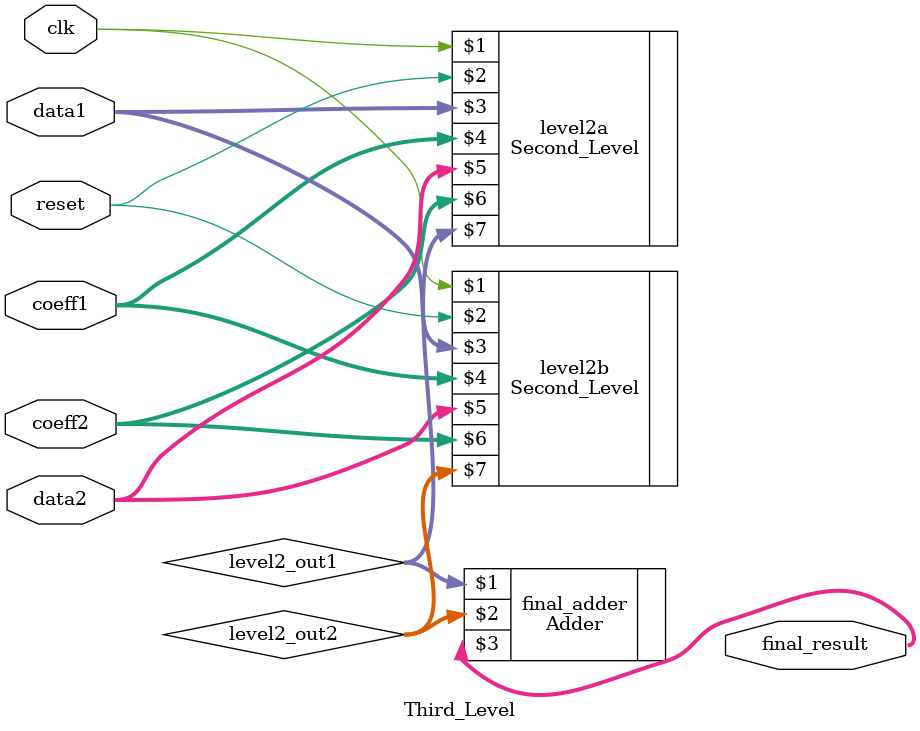
<source format=v>
`timescale 1ns/1 ps

module Third_Level #(parameter DATA_WIDTH = 8, COEFF_WIDTH = 8) (
    input wire clk,
    input wire reset,
    input wire [DATA_WIDTH-1:0] data1,
    input wire [DATA_WIDTH-1:0] data2,
    input wire [COEFF_WIDTH-1:0] coeff1,
    input wire [COEFF_WIDTH-1:0] coeff2,
    output wire [DATA_WIDTH+COEFF_WIDTH+1:0] final_result
);
    wire [DATA_WIDTH+COEFF_WIDTH:0] level2_out1, level2_out2;
    
    Second_Level #(DATA_WIDTH, COEFF_WIDTH) level2a(
        clk, reset, data1, coeff1, data2, coeff2, level2_out1
    );
    Second_Level #(DATA_WIDTH, COEFF_WIDTH) level2b(
        clk, reset, data1, coeff1, data2, coeff2, level2_out2
    );
    Adder #(DATA_WIDTH+COEFF_WIDTH+1) final_adder(level2_out1, level2_out2, final_result);
endmodule


</source>
